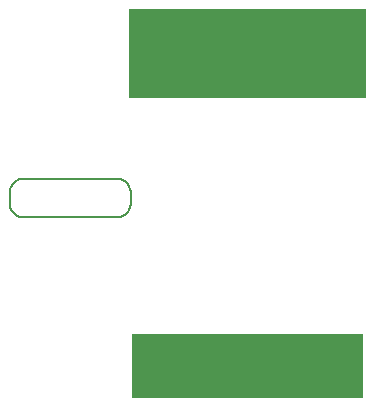
<source format=gko>
G04*
G04 #@! TF.GenerationSoftware,Altium Limited,Altium Designer,20.0.13 (296)*
G04*
G04 Layer_Color=16711935*
%FSLAX44Y44*%
%MOMM*%
G71*
G01*
G75*
%ADD13C,0.2000*%
G36*
X445500Y190500D02*
X250500D01*
Y245057D01*
X445500D01*
Y190500D01*
D02*
G37*
G36*
X448000Y444500D02*
X248000D01*
X248000Y520000D01*
X448000D01*
X448000Y444500D01*
D02*
G37*
D13*
X147000Y355000D02*
X147276Y352552D01*
X148089Y350227D01*
X149400Y348142D01*
X151142Y346400D01*
X153227Y345089D01*
X155552Y344276D01*
X158000Y344000D01*
Y376000D02*
X155552Y375724D01*
X153227Y374911D01*
X151142Y373600D01*
X149400Y371858D01*
X148089Y369773D01*
X147276Y367448D01*
X147000Y365000D01*
X249000D02*
X248724Y367448D01*
X247911Y369773D01*
X246600Y371858D01*
X244858Y373600D01*
X242773Y374911D01*
X240448Y375724D01*
X238000Y376000D01*
Y344000D02*
X240448Y344276D01*
X242773Y345089D01*
X244858Y346400D01*
X246600Y348142D01*
X247911Y350227D01*
X248724Y352552D01*
X249000Y355000D01*
X158000Y344000D02*
X198000D01*
X147000Y355000D02*
Y365000D01*
X158000Y376000D02*
X238000D01*
X249000Y355000D02*
Y365000D01*
X198000Y344000D02*
X238000D01*
M02*

</source>
